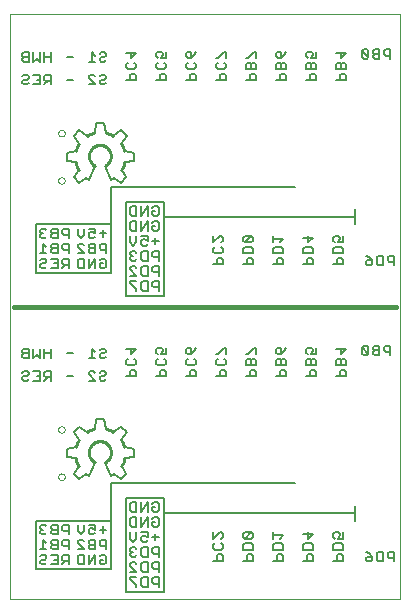
<source format=gbo>
G75*
G70*
%OFA0B0*%
%FSLAX24Y24*%
%IPPOS*%
%LPD*%
%AMOC8*
5,1,8,0,0,1.08239X$1,22.5*
%
%ADD10C,0.0000*%
%ADD11C,0.0080*%
%ADD12C,0.0100*%
%ADD13C,0.0160*%
D10*
X000645Y000766D02*
X000645Y020266D01*
X013645Y020266D01*
X013645Y000766D01*
X000645Y000766D01*
X002258Y004854D02*
X002260Y004874D01*
X002266Y004894D01*
X002275Y004912D01*
X002288Y004929D01*
X002303Y004942D01*
X002321Y004952D01*
X002341Y004959D01*
X002361Y004962D01*
X002381Y004961D01*
X002401Y004956D01*
X002420Y004948D01*
X002437Y004936D01*
X002451Y004921D01*
X002462Y004903D01*
X002470Y004884D01*
X002474Y004864D01*
X002474Y004844D01*
X002470Y004824D01*
X002462Y004805D01*
X002451Y004787D01*
X002437Y004772D01*
X002420Y004760D01*
X002401Y004752D01*
X002381Y004747D01*
X002361Y004746D01*
X002341Y004749D01*
X002321Y004756D01*
X002303Y004766D01*
X002288Y004779D01*
X002275Y004796D01*
X002266Y004814D01*
X002260Y004834D01*
X002258Y004854D01*
X002258Y006428D02*
X002260Y006448D01*
X002266Y006468D01*
X002275Y006486D01*
X002288Y006503D01*
X002303Y006516D01*
X002321Y006526D01*
X002341Y006533D01*
X002361Y006536D01*
X002381Y006535D01*
X002401Y006530D01*
X002420Y006522D01*
X002437Y006510D01*
X002451Y006495D01*
X002462Y006477D01*
X002470Y006458D01*
X002474Y006438D01*
X002474Y006418D01*
X002470Y006398D01*
X002462Y006379D01*
X002451Y006361D01*
X002437Y006346D01*
X002420Y006334D01*
X002401Y006326D01*
X002381Y006321D01*
X002361Y006320D01*
X002341Y006323D01*
X002321Y006330D01*
X002303Y006340D01*
X002288Y006353D01*
X002275Y006370D01*
X002266Y006388D01*
X002260Y006408D01*
X002258Y006428D01*
X002258Y014729D02*
X002260Y014749D01*
X002266Y014769D01*
X002275Y014787D01*
X002288Y014804D01*
X002303Y014817D01*
X002321Y014827D01*
X002341Y014834D01*
X002361Y014837D01*
X002381Y014836D01*
X002401Y014831D01*
X002420Y014823D01*
X002437Y014811D01*
X002451Y014796D01*
X002462Y014778D01*
X002470Y014759D01*
X002474Y014739D01*
X002474Y014719D01*
X002470Y014699D01*
X002462Y014680D01*
X002451Y014662D01*
X002437Y014647D01*
X002420Y014635D01*
X002401Y014627D01*
X002381Y014622D01*
X002361Y014621D01*
X002341Y014624D01*
X002321Y014631D01*
X002303Y014641D01*
X002288Y014654D01*
X002275Y014671D01*
X002266Y014689D01*
X002260Y014709D01*
X002258Y014729D01*
X002258Y016303D02*
X002260Y016323D01*
X002266Y016343D01*
X002275Y016361D01*
X002288Y016378D01*
X002303Y016391D01*
X002321Y016401D01*
X002341Y016408D01*
X002361Y016411D01*
X002381Y016410D01*
X002401Y016405D01*
X002420Y016397D01*
X002437Y016385D01*
X002451Y016370D01*
X002462Y016352D01*
X002470Y016333D01*
X002474Y016313D01*
X002474Y016293D01*
X002470Y016273D01*
X002462Y016254D01*
X002451Y016236D01*
X002437Y016221D01*
X002420Y016209D01*
X002401Y016201D01*
X002381Y016196D01*
X002361Y016195D01*
X002341Y016198D01*
X002321Y016205D01*
X002303Y016215D01*
X002288Y016228D01*
X002275Y016245D01*
X002266Y016263D01*
X002260Y016283D01*
X002258Y016303D01*
D11*
X002770Y016221D02*
X002950Y015961D01*
X002840Y015711D02*
X002540Y015651D01*
X002540Y015391D01*
X002840Y015341D01*
X002940Y015071D02*
X002770Y014831D01*
X002960Y014641D01*
X003200Y014811D01*
X003300Y014751D01*
X003490Y015201D01*
X003810Y015201D02*
X004010Y014751D01*
X004110Y014811D01*
X004350Y014641D01*
X004530Y014831D01*
X004370Y015071D01*
X004470Y015341D02*
X004770Y015391D01*
X004770Y015651D01*
X004470Y015711D01*
X004360Y015961D02*
X004540Y016221D01*
X004350Y016401D01*
X004090Y016221D01*
X003840Y016321D02*
X003790Y016641D01*
X003520Y016641D01*
X003470Y016321D01*
X003220Y016221D02*
X002960Y016401D01*
X002770Y016221D01*
X003273Y017931D02*
X003487Y017931D01*
X003273Y018144D01*
X003273Y018198D01*
X003327Y018251D01*
X003433Y018251D01*
X003487Y018198D01*
X003642Y018198D02*
X003695Y018251D01*
X003802Y018251D01*
X003855Y018198D01*
X003855Y018144D01*
X003802Y018091D01*
X003695Y018091D01*
X003642Y018038D01*
X003642Y017984D01*
X003695Y017931D01*
X003802Y017931D01*
X003855Y017984D01*
X003802Y018681D02*
X003695Y018681D01*
X003642Y018734D01*
X003642Y018788D01*
X003695Y018841D01*
X003802Y018841D01*
X003855Y018894D01*
X003855Y018948D01*
X003802Y019001D01*
X003695Y019001D01*
X003642Y018948D01*
X003487Y018894D02*
X003380Y019001D01*
X003380Y018681D01*
X003487Y018681D02*
X003273Y018681D01*
X002750Y018841D02*
X002537Y018841D01*
X002014Y018841D02*
X001800Y018841D01*
X001800Y019001D02*
X001800Y018681D01*
X001645Y018681D02*
X001645Y019001D01*
X001432Y019001D02*
X001432Y018681D01*
X001538Y018788D01*
X001645Y018681D01*
X001645Y018251D02*
X001432Y018251D01*
X001538Y018091D02*
X001645Y018091D01*
X001800Y018091D02*
X001853Y018038D01*
X002014Y018038D01*
X002014Y017931D02*
X002014Y018251D01*
X001853Y018251D01*
X001800Y018198D01*
X001800Y018091D01*
X001907Y018038D02*
X001800Y017931D01*
X001645Y017931D02*
X001432Y017931D01*
X001645Y017931D02*
X001645Y018251D01*
X001277Y018198D02*
X001277Y018144D01*
X001224Y018091D01*
X001117Y018091D01*
X001063Y018038D01*
X001063Y017984D01*
X001117Y017931D01*
X001224Y017931D01*
X001277Y017984D01*
X001277Y018198D02*
X001224Y018251D01*
X001117Y018251D01*
X001063Y018198D01*
X001117Y018681D02*
X001277Y018681D01*
X001277Y019001D01*
X001117Y019001D01*
X001063Y018948D01*
X001063Y018894D01*
X001117Y018841D01*
X001277Y018841D01*
X001117Y018841D02*
X001063Y018788D01*
X001063Y018734D01*
X001117Y018681D01*
X002014Y018681D02*
X002014Y019001D01*
X002537Y018091D02*
X002750Y018091D01*
X003802Y018681D02*
X003855Y018734D01*
X004535Y018604D02*
X004588Y018658D01*
X004535Y018604D02*
X004535Y018498D01*
X004588Y018444D01*
X004802Y018444D01*
X004855Y018498D01*
X004855Y018604D01*
X004802Y018658D01*
X004695Y018813D02*
X004695Y019026D01*
X004535Y018973D02*
X004855Y018973D01*
X004695Y018813D01*
X004695Y018290D02*
X004642Y018236D01*
X004642Y018076D01*
X004535Y018076D02*
X004855Y018076D01*
X004855Y018236D01*
X004802Y018290D01*
X004695Y018290D01*
X005535Y018498D02*
X005535Y018604D01*
X005588Y018658D01*
X005588Y018813D02*
X005535Y018866D01*
X005535Y018973D01*
X005588Y019026D01*
X005695Y019026D01*
X005749Y018973D01*
X005749Y018919D01*
X005695Y018813D01*
X005855Y018813D01*
X005855Y019026D01*
X005802Y018658D02*
X005855Y018604D01*
X005855Y018498D01*
X005802Y018444D01*
X005588Y018444D01*
X005535Y018498D01*
X005695Y018290D02*
X005642Y018236D01*
X005642Y018076D01*
X005535Y018076D02*
X005855Y018076D01*
X005855Y018236D01*
X005802Y018290D01*
X005695Y018290D01*
X006535Y018498D02*
X006535Y018604D01*
X006588Y018658D01*
X006588Y018813D02*
X006535Y018866D01*
X006535Y018973D01*
X006588Y019026D01*
X006642Y019026D01*
X006695Y018973D01*
X006695Y018813D01*
X006588Y018813D01*
X006695Y018813D02*
X006802Y018919D01*
X006855Y019026D01*
X006802Y018658D02*
X006855Y018604D01*
X006855Y018498D01*
X006802Y018444D01*
X006588Y018444D01*
X006535Y018498D01*
X006695Y018290D02*
X006642Y018236D01*
X006642Y018076D01*
X006535Y018076D02*
X006855Y018076D01*
X006855Y018236D01*
X006802Y018290D01*
X006695Y018290D01*
X007535Y018498D02*
X007535Y018604D01*
X007588Y018658D01*
X007588Y018813D02*
X007535Y018813D01*
X007588Y018813D02*
X007802Y019026D01*
X007855Y019026D01*
X007855Y018813D01*
X007802Y018658D02*
X007855Y018604D01*
X007855Y018498D01*
X007802Y018444D01*
X007588Y018444D01*
X007535Y018498D01*
X007695Y018290D02*
X007642Y018236D01*
X007642Y018076D01*
X007535Y018076D02*
X007855Y018076D01*
X007855Y018236D01*
X007802Y018290D01*
X007695Y018290D01*
X008535Y018444D02*
X008535Y018604D01*
X008588Y018658D01*
X008642Y018658D01*
X008695Y018604D01*
X008695Y018444D01*
X008695Y018290D02*
X008642Y018236D01*
X008642Y018076D01*
X008535Y018076D02*
X008855Y018076D01*
X008855Y018236D01*
X008802Y018290D01*
X008695Y018290D01*
X008535Y018444D02*
X008855Y018444D01*
X008855Y018604D01*
X008802Y018658D01*
X008749Y018658D01*
X008695Y018604D01*
X008588Y018813D02*
X008535Y018813D01*
X008588Y018813D02*
X008802Y019026D01*
X008855Y019026D01*
X008855Y018813D01*
X009535Y018866D02*
X009535Y018973D01*
X009588Y019026D01*
X009642Y019026D01*
X009695Y018973D01*
X009695Y018813D01*
X009588Y018813D01*
X009535Y018866D01*
X009695Y018813D02*
X009802Y018919D01*
X009855Y019026D01*
X009802Y018658D02*
X009749Y018658D01*
X009695Y018604D01*
X009695Y018444D01*
X009695Y018290D02*
X009642Y018236D01*
X009642Y018076D01*
X009535Y018076D02*
X009855Y018076D01*
X009855Y018236D01*
X009802Y018290D01*
X009695Y018290D01*
X009535Y018444D02*
X009535Y018604D01*
X009588Y018658D01*
X009642Y018658D01*
X009695Y018604D01*
X009802Y018658D02*
X009855Y018604D01*
X009855Y018444D01*
X009535Y018444D01*
X010535Y018444D02*
X010535Y018604D01*
X010588Y018658D01*
X010642Y018658D01*
X010695Y018604D01*
X010695Y018444D01*
X010695Y018290D02*
X010642Y018236D01*
X010642Y018076D01*
X010535Y018076D02*
X010855Y018076D01*
X010855Y018236D01*
X010802Y018290D01*
X010695Y018290D01*
X010535Y018444D02*
X010855Y018444D01*
X010855Y018604D01*
X010802Y018658D01*
X010749Y018658D01*
X010695Y018604D01*
X010695Y018813D02*
X010749Y018919D01*
X010749Y018973D01*
X010695Y019026D01*
X010588Y019026D01*
X010535Y018973D01*
X010535Y018866D01*
X010588Y018813D01*
X010695Y018813D02*
X010855Y018813D01*
X010855Y019026D01*
X011535Y018973D02*
X011855Y018973D01*
X011695Y018813D01*
X011695Y019026D01*
X011642Y018658D02*
X011588Y018658D01*
X011535Y018604D01*
X011535Y018444D01*
X011855Y018444D01*
X011855Y018604D01*
X011802Y018658D01*
X011749Y018658D01*
X011695Y018604D01*
X011695Y018444D01*
X011695Y018290D02*
X011642Y018236D01*
X011642Y018076D01*
X011535Y018076D02*
X011855Y018076D01*
X011855Y018236D01*
X011802Y018290D01*
X011695Y018290D01*
X011695Y018604D02*
X011642Y018658D01*
X012385Y018834D02*
X012438Y018781D01*
X012545Y018781D01*
X012598Y018834D01*
X012385Y019048D01*
X012385Y018834D01*
X012385Y019048D02*
X012438Y019101D01*
X012545Y019101D01*
X012598Y019048D01*
X012598Y018834D01*
X012753Y018834D02*
X012753Y018888D01*
X012807Y018941D01*
X012967Y018941D01*
X013121Y018941D02*
X013175Y018888D01*
X013335Y018888D01*
X013335Y018781D02*
X013335Y019101D01*
X013175Y019101D01*
X013121Y019048D01*
X013121Y018941D01*
X012967Y018781D02*
X012807Y018781D01*
X012753Y018834D01*
X012807Y018941D02*
X012753Y018994D01*
X012753Y019048D01*
X012807Y019101D01*
X012967Y019101D01*
X012967Y018781D01*
X010145Y014516D02*
X004020Y014516D01*
X004020Y013266D01*
X001520Y013266D01*
X001520Y011641D01*
X004020Y011641D01*
X004020Y013266D01*
X003748Y013073D02*
X003748Y012859D01*
X003642Y012966D02*
X003855Y012966D01*
X003855Y012626D02*
X003695Y012626D01*
X003642Y012573D01*
X003642Y012466D01*
X003695Y012413D01*
X003855Y012413D01*
X003855Y012306D02*
X003855Y012626D01*
X003487Y012626D02*
X003487Y012306D01*
X003327Y012306D01*
X003273Y012359D01*
X003273Y012413D01*
X003327Y012466D01*
X003487Y012466D01*
X003487Y012626D02*
X003327Y012626D01*
X003273Y012573D01*
X003273Y012519D01*
X003327Y012466D01*
X003273Y012126D02*
X003273Y011806D01*
X003487Y012126D01*
X003487Y011806D01*
X003642Y011859D02*
X003642Y011966D01*
X003748Y011966D01*
X003642Y011859D02*
X003695Y011806D01*
X003802Y011806D01*
X003855Y011859D01*
X003855Y012073D01*
X003802Y012126D01*
X003695Y012126D01*
X003642Y012073D01*
X003433Y012806D02*
X003327Y012806D01*
X003273Y012859D01*
X003273Y012966D01*
X003327Y013019D01*
X003380Y013019D01*
X003487Y012966D01*
X003487Y013126D01*
X003273Y013126D01*
X003118Y013126D02*
X003118Y012913D01*
X003012Y012806D01*
X002905Y012913D01*
X002905Y013126D01*
X002605Y013126D02*
X002605Y012806D01*
X002605Y012913D02*
X002445Y012913D01*
X002392Y012966D01*
X002392Y013073D01*
X002445Y013126D01*
X002605Y013126D01*
X002237Y013126D02*
X002237Y012806D01*
X002077Y012806D01*
X002023Y012859D01*
X002023Y012913D01*
X002077Y012966D01*
X002237Y012966D01*
X002237Y013126D02*
X002077Y013126D01*
X002023Y013073D01*
X002023Y013019D01*
X002077Y012966D01*
X001868Y012859D02*
X001815Y012806D01*
X001708Y012806D01*
X001655Y012859D01*
X001655Y012913D01*
X001708Y012966D01*
X001762Y012966D01*
X001708Y012966D02*
X001655Y013019D01*
X001655Y013073D01*
X001708Y013126D01*
X001815Y013126D01*
X001868Y013073D01*
X001762Y012626D02*
X001762Y012306D01*
X001868Y012306D02*
X001655Y012306D01*
X001708Y012126D02*
X001815Y012126D01*
X001868Y012073D01*
X001868Y012019D01*
X001815Y011966D01*
X001708Y011966D01*
X001655Y011913D01*
X001655Y011859D01*
X001708Y011806D01*
X001815Y011806D01*
X001868Y011859D01*
X002023Y011806D02*
X002237Y011806D01*
X002237Y012126D01*
X002023Y012126D01*
X002077Y012306D02*
X002237Y012306D01*
X002237Y012626D01*
X002077Y012626D01*
X002023Y012573D01*
X002023Y012519D01*
X002077Y012466D01*
X002237Y012466D01*
X002392Y012466D02*
X002392Y012573D01*
X002445Y012626D01*
X002605Y012626D01*
X002605Y012306D01*
X002605Y012413D02*
X002445Y012413D01*
X002392Y012466D01*
X002445Y012126D02*
X002392Y012073D01*
X002392Y011966D01*
X002445Y011913D01*
X002605Y011913D01*
X002498Y011913D02*
X002392Y011806D01*
X002237Y011966D02*
X002130Y011966D01*
X002077Y012306D02*
X002023Y012359D01*
X002023Y012413D01*
X002077Y012466D01*
X001868Y012519D02*
X001762Y012626D01*
X001708Y012126D02*
X001655Y012073D01*
X002445Y012126D02*
X002605Y012126D01*
X002605Y011806D01*
X002905Y011859D02*
X002905Y012073D01*
X002958Y012126D01*
X003118Y012126D01*
X003118Y011806D01*
X002958Y011806D01*
X002905Y011859D01*
X002905Y012306D02*
X003118Y012306D01*
X002905Y012519D01*
X002905Y012573D01*
X002958Y012626D01*
X003065Y012626D01*
X003118Y012573D01*
X003433Y012806D02*
X003487Y012859D01*
X004520Y014016D02*
X005770Y014016D01*
X005770Y013516D01*
X012145Y013516D01*
X012145Y013266D01*
X012145Y013516D02*
X012145Y013766D01*
X011755Y012881D02*
X011755Y012668D01*
X011595Y012668D01*
X011649Y012774D01*
X011649Y012828D01*
X011595Y012881D01*
X011488Y012881D01*
X011435Y012828D01*
X011435Y012721D01*
X011488Y012668D01*
X011488Y012513D02*
X011702Y012513D01*
X011755Y012459D01*
X011755Y012299D01*
X011435Y012299D01*
X011435Y012459D01*
X011488Y012513D01*
X011595Y012144D02*
X011542Y012091D01*
X011542Y011931D01*
X011435Y011931D02*
X011755Y011931D01*
X011755Y012091D01*
X011702Y012144D01*
X011595Y012144D01*
X010755Y012091D02*
X010755Y011931D01*
X010435Y011931D01*
X010542Y011931D02*
X010542Y012091D01*
X010595Y012144D01*
X010702Y012144D01*
X010755Y012091D01*
X010755Y012299D02*
X010755Y012459D01*
X010702Y012513D01*
X010488Y012513D01*
X010435Y012459D01*
X010435Y012299D01*
X010755Y012299D01*
X010595Y012668D02*
X010595Y012881D01*
X010435Y012828D02*
X010755Y012828D01*
X010595Y012668D01*
X009755Y012774D02*
X009435Y012774D01*
X009435Y012668D02*
X009435Y012881D01*
X009649Y012668D02*
X009755Y012774D01*
X009702Y012513D02*
X009755Y012459D01*
X009755Y012299D01*
X009435Y012299D01*
X009435Y012459D01*
X009488Y012513D01*
X009702Y012513D01*
X009702Y012144D02*
X009595Y012144D01*
X009542Y012091D01*
X009542Y011931D01*
X009435Y011931D02*
X009755Y011931D01*
X009755Y012091D01*
X009702Y012144D01*
X008755Y012091D02*
X008755Y011931D01*
X008435Y011931D01*
X008542Y011931D02*
X008542Y012091D01*
X008595Y012144D01*
X008702Y012144D01*
X008755Y012091D01*
X008755Y012299D02*
X008755Y012459D01*
X008702Y012513D01*
X008488Y012513D01*
X008435Y012459D01*
X008435Y012299D01*
X008755Y012299D01*
X008702Y012668D02*
X008755Y012721D01*
X008755Y012828D01*
X008702Y012881D01*
X008488Y012668D01*
X008435Y012721D01*
X008435Y012828D01*
X008488Y012881D01*
X008702Y012881D01*
X008702Y012668D02*
X008488Y012668D01*
X007755Y012721D02*
X007702Y012668D01*
X007755Y012721D02*
X007755Y012828D01*
X007702Y012881D01*
X007649Y012881D01*
X007435Y012668D01*
X007435Y012881D01*
X007488Y012513D02*
X007435Y012459D01*
X007435Y012353D01*
X007488Y012299D01*
X007702Y012299D01*
X007755Y012353D01*
X007755Y012459D01*
X007702Y012513D01*
X007702Y012144D02*
X007595Y012144D01*
X007542Y012091D01*
X007542Y011931D01*
X007435Y011931D02*
X007755Y011931D01*
X007755Y012091D01*
X007702Y012144D01*
X005770Y010891D02*
X004520Y010891D01*
X004520Y014016D01*
X004708Y013876D02*
X004868Y013876D01*
X004868Y013556D01*
X004708Y013556D01*
X004655Y013609D01*
X004655Y013823D01*
X004708Y013876D01*
X004708Y013376D02*
X004868Y013376D01*
X004868Y013056D01*
X004708Y013056D01*
X004655Y013109D01*
X004655Y013323D01*
X004708Y013376D01*
X005023Y013376D02*
X005023Y013056D01*
X005237Y013376D01*
X005237Y013056D01*
X005392Y013109D02*
X005392Y013216D01*
X005498Y013216D01*
X005392Y013109D02*
X005445Y013056D01*
X005552Y013056D01*
X005605Y013109D01*
X005605Y013323D01*
X005552Y013376D01*
X005445Y013376D01*
X005392Y013323D01*
X005445Y013556D02*
X005392Y013609D01*
X005392Y013716D01*
X005498Y013716D01*
X005392Y013823D02*
X005445Y013876D01*
X005552Y013876D01*
X005605Y013823D01*
X005605Y013609D01*
X005552Y013556D01*
X005445Y013556D01*
X005237Y013556D02*
X005237Y013876D01*
X005023Y013556D01*
X005023Y013876D01*
X005770Y013516D02*
X005770Y010891D01*
X005605Y011056D02*
X005605Y011376D01*
X005445Y011376D01*
X005392Y011323D01*
X005392Y011216D01*
X005445Y011163D01*
X005605Y011163D01*
X005605Y011556D02*
X005605Y011876D01*
X005445Y011876D01*
X005392Y011823D01*
X005392Y011716D01*
X005445Y011663D01*
X005605Y011663D01*
X005605Y012056D02*
X005605Y012376D01*
X005445Y012376D01*
X005392Y012323D01*
X005392Y012216D01*
X005445Y012163D01*
X005605Y012163D01*
X005498Y012609D02*
X005498Y012823D01*
X005392Y012716D02*
X005605Y012716D01*
X005237Y012716D02*
X005130Y012769D01*
X005077Y012769D01*
X005023Y012716D01*
X005023Y012609D01*
X005077Y012556D01*
X005183Y012556D01*
X005237Y012609D01*
X005237Y012716D02*
X005237Y012876D01*
X005023Y012876D01*
X004868Y012876D02*
X004868Y012663D01*
X004762Y012556D01*
X004655Y012663D01*
X004655Y012876D01*
X004708Y012376D02*
X004655Y012323D01*
X004655Y012269D01*
X004708Y012216D01*
X004655Y012163D01*
X004655Y012109D01*
X004708Y012056D01*
X004815Y012056D01*
X004868Y012109D01*
X004762Y012216D02*
X004708Y012216D01*
X004708Y012376D02*
X004815Y012376D01*
X004868Y012323D01*
X005023Y012323D02*
X005023Y012109D01*
X005077Y012056D01*
X005237Y012056D01*
X005237Y012376D01*
X005077Y012376D01*
X005023Y012323D01*
X005077Y011876D02*
X005237Y011876D01*
X005237Y011556D01*
X005077Y011556D01*
X005023Y011609D01*
X005023Y011823D01*
X005077Y011876D01*
X004868Y011823D02*
X004815Y011876D01*
X004708Y011876D01*
X004655Y011823D01*
X004655Y011769D01*
X004868Y011556D01*
X004655Y011556D01*
X004655Y011376D02*
X004655Y011323D01*
X004868Y011109D01*
X004868Y011056D01*
X005023Y011109D02*
X005023Y011323D01*
X005077Y011376D01*
X005237Y011376D01*
X005237Y011056D01*
X005077Y011056D01*
X005023Y011109D01*
X004868Y011376D02*
X004655Y011376D01*
X004695Y009151D02*
X004695Y008938D01*
X004855Y009098D01*
X004535Y009098D01*
X004588Y008783D02*
X004535Y008729D01*
X004535Y008623D01*
X004588Y008569D01*
X004802Y008569D01*
X004855Y008623D01*
X004855Y008729D01*
X004802Y008783D01*
X004802Y008415D02*
X004695Y008415D01*
X004642Y008361D01*
X004642Y008201D01*
X004535Y008201D02*
X004855Y008201D01*
X004855Y008361D01*
X004802Y008415D01*
X005535Y008623D02*
X005535Y008729D01*
X005588Y008783D01*
X005588Y008938D02*
X005535Y008991D01*
X005535Y009098D01*
X005588Y009151D01*
X005695Y009151D01*
X005749Y009098D01*
X005749Y009044D01*
X005695Y008938D01*
X005855Y008938D01*
X005855Y009151D01*
X005802Y008783D02*
X005855Y008729D01*
X005855Y008623D01*
X005802Y008569D01*
X005588Y008569D01*
X005535Y008623D01*
X005695Y008415D02*
X005642Y008361D01*
X005642Y008201D01*
X005535Y008201D02*
X005855Y008201D01*
X005855Y008361D01*
X005802Y008415D01*
X005695Y008415D01*
X006535Y008623D02*
X006535Y008729D01*
X006588Y008783D01*
X006588Y008938D02*
X006535Y008991D01*
X006535Y009098D01*
X006588Y009151D01*
X006642Y009151D01*
X006695Y009098D01*
X006695Y008938D01*
X006588Y008938D01*
X006695Y008938D02*
X006802Y009044D01*
X006855Y009151D01*
X006802Y008783D02*
X006855Y008729D01*
X006855Y008623D01*
X006802Y008569D01*
X006588Y008569D01*
X006535Y008623D01*
X006695Y008415D02*
X006642Y008361D01*
X006642Y008201D01*
X006535Y008201D02*
X006855Y008201D01*
X006855Y008361D01*
X006802Y008415D01*
X006695Y008415D01*
X007535Y008623D02*
X007535Y008729D01*
X007588Y008783D01*
X007588Y008938D02*
X007535Y008938D01*
X007588Y008938D02*
X007802Y009151D01*
X007855Y009151D01*
X007855Y008938D01*
X007802Y008783D02*
X007855Y008729D01*
X007855Y008623D01*
X007802Y008569D01*
X007588Y008569D01*
X007535Y008623D01*
X007695Y008415D02*
X007642Y008361D01*
X007642Y008201D01*
X007535Y008201D02*
X007855Y008201D01*
X007855Y008361D01*
X007802Y008415D01*
X007695Y008415D01*
X008535Y008569D02*
X008535Y008729D01*
X008588Y008783D01*
X008642Y008783D01*
X008695Y008729D01*
X008695Y008569D01*
X008695Y008415D02*
X008642Y008361D01*
X008642Y008201D01*
X008535Y008201D02*
X008855Y008201D01*
X008855Y008361D01*
X008802Y008415D01*
X008695Y008415D01*
X008535Y008569D02*
X008855Y008569D01*
X008855Y008729D01*
X008802Y008783D01*
X008749Y008783D01*
X008695Y008729D01*
X008588Y008938D02*
X008535Y008938D01*
X008588Y008938D02*
X008802Y009151D01*
X008855Y009151D01*
X008855Y008938D01*
X009535Y008991D02*
X009535Y009098D01*
X009588Y009151D01*
X009642Y009151D01*
X009695Y009098D01*
X009695Y008938D01*
X009588Y008938D01*
X009535Y008991D01*
X009695Y008938D02*
X009802Y009044D01*
X009855Y009151D01*
X009802Y008783D02*
X009749Y008783D01*
X009695Y008729D01*
X009695Y008569D01*
X009695Y008415D02*
X009642Y008361D01*
X009642Y008201D01*
X009535Y008201D02*
X009855Y008201D01*
X009855Y008361D01*
X009802Y008415D01*
X009695Y008415D01*
X009535Y008569D02*
X009535Y008729D01*
X009588Y008783D01*
X009642Y008783D01*
X009695Y008729D01*
X009802Y008783D02*
X009855Y008729D01*
X009855Y008569D01*
X009535Y008569D01*
X010535Y008569D02*
X010535Y008729D01*
X010588Y008783D01*
X010642Y008783D01*
X010695Y008729D01*
X010695Y008569D01*
X010695Y008415D02*
X010642Y008361D01*
X010642Y008201D01*
X010535Y008201D02*
X010855Y008201D01*
X010855Y008361D01*
X010802Y008415D01*
X010695Y008415D01*
X010535Y008569D02*
X010855Y008569D01*
X010855Y008729D01*
X010802Y008783D01*
X010749Y008783D01*
X010695Y008729D01*
X010695Y008938D02*
X010749Y009044D01*
X010749Y009098D01*
X010695Y009151D01*
X010588Y009151D01*
X010535Y009098D01*
X010535Y008991D01*
X010588Y008938D01*
X010695Y008938D02*
X010855Y008938D01*
X010855Y009151D01*
X011535Y009098D02*
X011855Y009098D01*
X011695Y008938D01*
X011695Y009151D01*
X011642Y008783D02*
X011588Y008783D01*
X011535Y008729D01*
X011535Y008569D01*
X011855Y008569D01*
X011855Y008729D01*
X011802Y008783D01*
X011749Y008783D01*
X011695Y008729D01*
X011695Y008569D01*
X011695Y008415D02*
X011642Y008361D01*
X011642Y008201D01*
X011535Y008201D02*
X011855Y008201D01*
X011855Y008361D01*
X011802Y008415D01*
X011695Y008415D01*
X011695Y008729D02*
X011642Y008783D01*
X012385Y008959D02*
X012438Y008906D01*
X012545Y008906D01*
X012598Y008959D01*
X012385Y009173D01*
X012385Y008959D01*
X012385Y009173D02*
X012438Y009226D01*
X012545Y009226D01*
X012598Y009173D01*
X012598Y008959D01*
X012753Y008959D02*
X012807Y008906D01*
X012967Y008906D01*
X012967Y009226D01*
X012807Y009226D01*
X012753Y009173D01*
X012753Y009119D01*
X012807Y009066D01*
X012967Y009066D01*
X013121Y009066D02*
X013121Y009173D01*
X013175Y009226D01*
X013335Y009226D01*
X013335Y008906D01*
X013335Y009013D02*
X013175Y009013D01*
X013121Y009066D01*
X012807Y009066D02*
X012753Y009013D01*
X012753Y008959D01*
X012670Y011906D02*
X012563Y011906D01*
X012510Y011959D01*
X012510Y012013D01*
X012563Y012066D01*
X012723Y012066D01*
X012723Y011959D01*
X012670Y011906D01*
X012723Y012066D02*
X012617Y012173D01*
X012510Y012226D01*
X012878Y012173D02*
X012878Y011959D01*
X012932Y011906D01*
X013092Y011906D01*
X013092Y012226D01*
X012932Y012226D01*
X012878Y012173D01*
X013246Y012173D02*
X013246Y012066D01*
X013300Y012013D01*
X013460Y012013D01*
X013460Y011906D02*
X013460Y012226D01*
X013300Y012226D01*
X013246Y012173D01*
X010145Y004641D02*
X004020Y004641D01*
X004020Y003391D01*
X001520Y003391D01*
X001520Y001766D01*
X004020Y001766D01*
X004020Y003391D01*
X003748Y003198D02*
X003748Y002984D01*
X003642Y003091D02*
X003855Y003091D01*
X003855Y002751D02*
X003695Y002751D01*
X003642Y002698D01*
X003642Y002591D01*
X003695Y002538D01*
X003855Y002538D01*
X003855Y002431D02*
X003855Y002751D01*
X003487Y002751D02*
X003487Y002431D01*
X003327Y002431D01*
X003273Y002484D01*
X003273Y002538D01*
X003327Y002591D01*
X003487Y002591D01*
X003487Y002751D02*
X003327Y002751D01*
X003273Y002698D01*
X003273Y002644D01*
X003327Y002591D01*
X003327Y002931D02*
X003433Y002931D01*
X003487Y002984D01*
X003487Y003091D02*
X003380Y003144D01*
X003327Y003144D01*
X003273Y003091D01*
X003273Y002984D01*
X003327Y002931D01*
X003487Y003091D02*
X003487Y003251D01*
X003273Y003251D01*
X003118Y003251D02*
X003118Y003038D01*
X003012Y002931D01*
X002905Y003038D01*
X002905Y003251D01*
X002605Y003251D02*
X002605Y002931D01*
X002605Y003038D02*
X002445Y003038D01*
X002392Y003091D01*
X002392Y003198D01*
X002445Y003251D01*
X002605Y003251D01*
X002237Y003251D02*
X002237Y002931D01*
X002077Y002931D01*
X002023Y002984D01*
X002023Y003038D01*
X002077Y003091D01*
X002237Y003091D01*
X002237Y003251D02*
X002077Y003251D01*
X002023Y003198D01*
X002023Y003144D01*
X002077Y003091D01*
X001868Y002984D02*
X001815Y002931D01*
X001708Y002931D01*
X001655Y002984D01*
X001655Y003038D01*
X001708Y003091D01*
X001762Y003091D01*
X001708Y003091D02*
X001655Y003144D01*
X001655Y003198D01*
X001708Y003251D01*
X001815Y003251D01*
X001868Y003198D01*
X001762Y002751D02*
X001762Y002431D01*
X001868Y002431D02*
X001655Y002431D01*
X001708Y002251D02*
X001815Y002251D01*
X001868Y002198D01*
X001868Y002144D01*
X001815Y002091D01*
X001708Y002091D01*
X001655Y002038D01*
X001655Y001984D01*
X001708Y001931D01*
X001815Y001931D01*
X001868Y001984D01*
X002023Y001931D02*
X002237Y001931D01*
X002237Y002251D01*
X002023Y002251D01*
X002077Y002431D02*
X002237Y002431D01*
X002237Y002751D01*
X002077Y002751D01*
X002023Y002698D01*
X002023Y002644D01*
X002077Y002591D01*
X002237Y002591D01*
X002392Y002591D02*
X002445Y002538D01*
X002605Y002538D01*
X002605Y002431D02*
X002605Y002751D01*
X002445Y002751D01*
X002392Y002698D01*
X002392Y002591D01*
X002077Y002591D02*
X002023Y002538D01*
X002023Y002484D01*
X002077Y002431D01*
X001868Y002644D02*
X001762Y002751D01*
X001708Y002251D02*
X001655Y002198D01*
X002130Y002091D02*
X002237Y002091D01*
X002392Y002091D02*
X002392Y002198D01*
X002445Y002251D01*
X002605Y002251D01*
X002605Y001931D01*
X002605Y002038D02*
X002445Y002038D01*
X002392Y002091D01*
X002498Y002038D02*
X002392Y001931D01*
X002905Y001984D02*
X002905Y002198D01*
X002958Y002251D01*
X003118Y002251D01*
X003118Y001931D01*
X002958Y001931D01*
X002905Y001984D01*
X003273Y001931D02*
X003273Y002251D01*
X003487Y002251D02*
X003273Y001931D01*
X003487Y001931D02*
X003487Y002251D01*
X003642Y002198D02*
X003695Y002251D01*
X003802Y002251D01*
X003855Y002198D01*
X003855Y001984D01*
X003802Y001931D01*
X003695Y001931D01*
X003642Y001984D01*
X003642Y002091D01*
X003748Y002091D01*
X003118Y002431D02*
X002905Y002644D01*
X002905Y002698D01*
X002958Y002751D01*
X003065Y002751D01*
X003118Y002698D01*
X003118Y002431D02*
X002905Y002431D01*
X004520Y001016D02*
X004520Y004141D01*
X005770Y004141D01*
X005770Y003641D01*
X012145Y003641D01*
X012145Y003391D01*
X012145Y003641D02*
X012145Y003891D01*
X011755Y003006D02*
X011755Y002793D01*
X011595Y002793D01*
X011649Y002899D01*
X011649Y002953D01*
X011595Y003006D01*
X011488Y003006D01*
X011435Y002953D01*
X011435Y002846D01*
X011488Y002793D01*
X011488Y002638D02*
X011702Y002638D01*
X011755Y002584D01*
X011755Y002424D01*
X011435Y002424D01*
X011435Y002584D01*
X011488Y002638D01*
X011595Y002269D02*
X011542Y002216D01*
X011542Y002056D01*
X011435Y002056D02*
X011755Y002056D01*
X011755Y002216D01*
X011702Y002269D01*
X011595Y002269D01*
X010755Y002216D02*
X010755Y002056D01*
X010435Y002056D01*
X010542Y002056D02*
X010542Y002216D01*
X010595Y002269D01*
X010702Y002269D01*
X010755Y002216D01*
X010755Y002424D02*
X010755Y002584D01*
X010702Y002638D01*
X010488Y002638D01*
X010435Y002584D01*
X010435Y002424D01*
X010755Y002424D01*
X010595Y002793D02*
X010595Y003006D01*
X010435Y002953D02*
X010755Y002953D01*
X010595Y002793D01*
X009755Y002899D02*
X009435Y002899D01*
X009435Y002793D02*
X009435Y003006D01*
X009649Y002793D02*
X009755Y002899D01*
X009702Y002638D02*
X009755Y002584D01*
X009755Y002424D01*
X009435Y002424D01*
X009435Y002584D01*
X009488Y002638D01*
X009702Y002638D01*
X009702Y002269D02*
X009595Y002269D01*
X009542Y002216D01*
X009542Y002056D01*
X009435Y002056D02*
X009755Y002056D01*
X009755Y002216D01*
X009702Y002269D01*
X008755Y002216D02*
X008755Y002056D01*
X008435Y002056D01*
X008542Y002056D02*
X008542Y002216D01*
X008595Y002269D01*
X008702Y002269D01*
X008755Y002216D01*
X008755Y002424D02*
X008755Y002584D01*
X008702Y002638D01*
X008488Y002638D01*
X008435Y002584D01*
X008435Y002424D01*
X008755Y002424D01*
X008702Y002793D02*
X008488Y002793D01*
X008702Y003006D01*
X008488Y003006D01*
X008435Y002953D01*
X008435Y002846D01*
X008488Y002793D01*
X008702Y002793D02*
X008755Y002846D01*
X008755Y002953D01*
X008702Y003006D01*
X007755Y002953D02*
X007755Y002846D01*
X007702Y002793D01*
X007702Y002638D02*
X007755Y002584D01*
X007755Y002478D01*
X007702Y002424D01*
X007488Y002424D01*
X007435Y002478D01*
X007435Y002584D01*
X007488Y002638D01*
X007435Y002793D02*
X007649Y003006D01*
X007702Y003006D01*
X007755Y002953D01*
X007435Y003006D02*
X007435Y002793D01*
X007595Y002269D02*
X007542Y002216D01*
X007542Y002056D01*
X007435Y002056D02*
X007755Y002056D01*
X007755Y002216D01*
X007702Y002269D01*
X007595Y002269D01*
X005770Y001016D02*
X004520Y001016D01*
X004868Y001234D02*
X004655Y001448D01*
X004655Y001501D01*
X004868Y001501D01*
X005023Y001448D02*
X005077Y001501D01*
X005237Y001501D01*
X005237Y001181D01*
X005077Y001181D01*
X005023Y001234D01*
X005023Y001448D01*
X005077Y001681D02*
X005023Y001734D01*
X005023Y001948D01*
X005077Y002001D01*
X005237Y002001D01*
X005237Y001681D01*
X005077Y001681D01*
X004868Y001681D02*
X004655Y001894D01*
X004655Y001948D01*
X004708Y002001D01*
X004815Y002001D01*
X004868Y001948D01*
X004815Y002181D02*
X004868Y002234D01*
X004815Y002181D02*
X004708Y002181D01*
X004655Y002234D01*
X004655Y002288D01*
X004708Y002341D01*
X004762Y002341D01*
X004708Y002341D02*
X004655Y002394D01*
X004655Y002448D01*
X004708Y002501D01*
X004815Y002501D01*
X004868Y002448D01*
X005023Y002448D02*
X005023Y002234D01*
X005077Y002181D01*
X005237Y002181D01*
X005237Y002501D01*
X005077Y002501D01*
X005023Y002448D01*
X005077Y002681D02*
X005183Y002681D01*
X005237Y002734D01*
X005237Y002841D02*
X005130Y002894D01*
X005077Y002894D01*
X005023Y002841D01*
X005023Y002734D01*
X005077Y002681D01*
X005237Y002841D02*
X005237Y003001D01*
X005023Y003001D01*
X004868Y003001D02*
X004868Y002788D01*
X004762Y002681D01*
X004655Y002788D01*
X004655Y003001D01*
X004708Y003181D02*
X004655Y003234D01*
X004655Y003448D01*
X004708Y003501D01*
X004868Y003501D01*
X004868Y003181D01*
X004708Y003181D01*
X004708Y003681D02*
X004655Y003734D01*
X004655Y003948D01*
X004708Y004001D01*
X004868Y004001D01*
X004868Y003681D01*
X004708Y003681D01*
X005023Y003681D02*
X005023Y004001D01*
X005237Y004001D02*
X005023Y003681D01*
X005023Y003501D02*
X005023Y003181D01*
X005237Y003501D01*
X005237Y003181D01*
X005392Y003234D02*
X005392Y003341D01*
X005498Y003341D01*
X005392Y003234D02*
X005445Y003181D01*
X005552Y003181D01*
X005605Y003234D01*
X005605Y003448D01*
X005552Y003501D01*
X005445Y003501D01*
X005392Y003448D01*
X005445Y003681D02*
X005392Y003734D01*
X005392Y003841D01*
X005498Y003841D01*
X005392Y003948D02*
X005445Y004001D01*
X005552Y004001D01*
X005605Y003948D01*
X005605Y003734D01*
X005552Y003681D01*
X005445Y003681D01*
X005237Y003681D02*
X005237Y004001D01*
X005770Y003641D02*
X005770Y001016D01*
X005605Y001181D02*
X005605Y001501D01*
X005445Y001501D01*
X005392Y001448D01*
X005392Y001341D01*
X005445Y001288D01*
X005605Y001288D01*
X005605Y001681D02*
X005605Y002001D01*
X005445Y002001D01*
X005392Y001948D01*
X005392Y001841D01*
X005445Y001788D01*
X005605Y001788D01*
X005605Y002181D02*
X005605Y002501D01*
X005445Y002501D01*
X005392Y002448D01*
X005392Y002341D01*
X005445Y002288D01*
X005605Y002288D01*
X005498Y002734D02*
X005498Y002948D01*
X005392Y002841D02*
X005605Y002841D01*
X004868Y001681D02*
X004655Y001681D01*
X004868Y001234D02*
X004868Y001181D01*
X004350Y004766D02*
X004530Y004956D01*
X004370Y005196D01*
X004470Y005466D02*
X004770Y005516D01*
X004770Y005776D01*
X004470Y005836D01*
X004360Y006086D02*
X004540Y006346D01*
X004350Y006526D01*
X004090Y006346D01*
X003840Y006446D02*
X003790Y006766D01*
X003520Y006766D01*
X003470Y006446D01*
X003220Y006346D02*
X002960Y006526D01*
X002770Y006346D01*
X002950Y006086D01*
X002840Y005836D02*
X002540Y005776D01*
X002540Y005516D01*
X002840Y005466D01*
X002940Y005196D02*
X002770Y004956D01*
X002960Y004766D01*
X003200Y004936D01*
X003300Y004876D01*
X003490Y005326D01*
X003810Y005326D02*
X004010Y004876D01*
X004110Y004936D01*
X004350Y004766D01*
X003802Y008056D02*
X003695Y008056D01*
X003642Y008109D01*
X003642Y008163D01*
X003695Y008216D01*
X003802Y008216D01*
X003855Y008269D01*
X003855Y008323D01*
X003802Y008376D01*
X003695Y008376D01*
X003642Y008323D01*
X003487Y008323D02*
X003433Y008376D01*
X003327Y008376D01*
X003273Y008323D01*
X003273Y008269D01*
X003487Y008056D01*
X003273Y008056D01*
X002750Y008216D02*
X002537Y008216D01*
X002014Y008163D02*
X001853Y008163D01*
X001800Y008216D01*
X001800Y008323D01*
X001853Y008376D01*
X002014Y008376D01*
X002014Y008056D01*
X001907Y008163D02*
X001800Y008056D01*
X001645Y008056D02*
X001645Y008376D01*
X001432Y008376D01*
X001538Y008216D02*
X001645Y008216D01*
X001645Y008056D02*
X001432Y008056D01*
X001277Y008109D02*
X001224Y008056D01*
X001117Y008056D01*
X001063Y008109D01*
X001063Y008163D01*
X001117Y008216D01*
X001224Y008216D01*
X001277Y008269D01*
X001277Y008323D01*
X001224Y008376D01*
X001117Y008376D01*
X001063Y008323D01*
X001117Y008806D02*
X001277Y008806D01*
X001277Y009126D01*
X001117Y009126D01*
X001063Y009073D01*
X001063Y009019D01*
X001117Y008966D01*
X001277Y008966D01*
X001117Y008966D02*
X001063Y008913D01*
X001063Y008859D01*
X001117Y008806D01*
X001432Y008806D02*
X001432Y009126D01*
X001645Y009126D02*
X001645Y008806D01*
X001538Y008913D01*
X001432Y008806D01*
X001800Y008806D02*
X001800Y009126D01*
X001800Y008966D02*
X002014Y008966D01*
X002014Y008806D02*
X002014Y009126D01*
X002537Y008966D02*
X002750Y008966D01*
X003273Y008806D02*
X003487Y008806D01*
X003380Y008806D02*
X003380Y009126D01*
X003487Y009019D01*
X003642Y009073D02*
X003695Y009126D01*
X003802Y009126D01*
X003855Y009073D01*
X003855Y009019D01*
X003802Y008966D01*
X003695Y008966D01*
X003642Y008913D01*
X003642Y008859D01*
X003695Y008806D01*
X003802Y008806D01*
X003855Y008859D01*
X003855Y008109D02*
X003802Y008056D01*
X012510Y002351D02*
X012617Y002298D01*
X012723Y002191D01*
X012563Y002191D01*
X012510Y002138D01*
X012510Y002084D01*
X012563Y002031D01*
X012670Y002031D01*
X012723Y002084D01*
X012723Y002191D01*
X012878Y002084D02*
X012878Y002298D01*
X012932Y002351D01*
X013092Y002351D01*
X013092Y002031D01*
X012932Y002031D01*
X012878Y002084D01*
X013246Y002191D02*
X013300Y002138D01*
X013460Y002138D01*
X013460Y002031D02*
X013460Y002351D01*
X013300Y002351D01*
X013246Y002298D01*
X013246Y002191D01*
D12*
X004087Y006349D02*
X004042Y006374D01*
X003995Y006397D01*
X003947Y006416D01*
X003898Y006433D01*
X003848Y006446D01*
X003810Y005336D02*
X003843Y005354D01*
X003873Y005375D01*
X003902Y005399D01*
X003928Y005426D01*
X003950Y005455D01*
X003970Y005487D01*
X003987Y005520D01*
X004000Y005555D01*
X004009Y005591D01*
X004015Y005628D01*
X004017Y005665D01*
X004015Y005702D01*
X004010Y005739D01*
X004000Y005775D01*
X003988Y005810D01*
X003971Y005844D01*
X003952Y005875D01*
X003929Y005905D01*
X003903Y005932D01*
X003875Y005956D01*
X003844Y005977D01*
X003812Y005995D01*
X003778Y006010D01*
X003742Y006021D01*
X003706Y006029D01*
X003669Y006033D01*
X003631Y006033D01*
X003594Y006029D01*
X003558Y006021D01*
X003522Y006010D01*
X003488Y005995D01*
X003456Y005977D01*
X003425Y005956D01*
X003397Y005932D01*
X003371Y005905D01*
X003348Y005875D01*
X003329Y005844D01*
X003312Y005810D01*
X003300Y005775D01*
X003290Y005739D01*
X003285Y005702D01*
X003283Y005665D01*
X003285Y005628D01*
X003291Y005591D01*
X003300Y005555D01*
X003313Y005520D01*
X003330Y005487D01*
X003350Y005455D01*
X003372Y005426D01*
X003398Y005399D01*
X003427Y005375D01*
X003457Y005354D01*
X003490Y005336D01*
X002940Y005196D02*
X002917Y005237D01*
X002896Y005280D01*
X002878Y005325D01*
X002863Y005370D01*
X002850Y005416D01*
X002840Y005463D01*
X002841Y005836D02*
X002856Y005888D01*
X002875Y005939D01*
X002897Y005989D01*
X002922Y006037D01*
X002951Y006084D01*
X003216Y006347D02*
X003263Y006374D01*
X003312Y006397D01*
X003362Y006417D01*
X003413Y006434D01*
X003465Y006448D01*
X004359Y006081D02*
X004386Y006035D01*
X004410Y005987D01*
X004431Y005938D01*
X004449Y005887D01*
X004463Y005836D01*
X004469Y005465D02*
X004456Y005409D01*
X004439Y005354D01*
X004418Y005301D01*
X004394Y005249D01*
X004366Y005199D01*
X002940Y015071D02*
X002917Y015112D01*
X002896Y015155D01*
X002878Y015200D01*
X002863Y015245D01*
X002850Y015291D01*
X002840Y015338D01*
X002841Y015711D02*
X002856Y015763D01*
X002875Y015814D01*
X002897Y015864D01*
X002922Y015912D01*
X002951Y015959D01*
X003490Y015211D02*
X003457Y015229D01*
X003427Y015250D01*
X003398Y015274D01*
X003372Y015301D01*
X003350Y015330D01*
X003330Y015362D01*
X003313Y015395D01*
X003300Y015430D01*
X003291Y015466D01*
X003285Y015503D01*
X003283Y015540D01*
X003285Y015577D01*
X003290Y015614D01*
X003300Y015650D01*
X003312Y015685D01*
X003329Y015719D01*
X003348Y015750D01*
X003371Y015780D01*
X003397Y015807D01*
X003425Y015831D01*
X003456Y015852D01*
X003488Y015870D01*
X003522Y015885D01*
X003558Y015896D01*
X003594Y015904D01*
X003631Y015908D01*
X003669Y015908D01*
X003706Y015904D01*
X003742Y015896D01*
X003778Y015885D01*
X003812Y015870D01*
X003844Y015852D01*
X003875Y015831D01*
X003903Y015807D01*
X003929Y015780D01*
X003952Y015750D01*
X003971Y015719D01*
X003988Y015685D01*
X004000Y015650D01*
X004010Y015614D01*
X004015Y015577D01*
X004017Y015540D01*
X004015Y015503D01*
X004009Y015466D01*
X004000Y015430D01*
X003987Y015395D01*
X003970Y015362D01*
X003950Y015330D01*
X003928Y015301D01*
X003902Y015274D01*
X003873Y015250D01*
X003843Y015229D01*
X003810Y015211D01*
X004366Y015074D02*
X004394Y015124D01*
X004418Y015176D01*
X004439Y015229D01*
X004456Y015284D01*
X004469Y015340D01*
X004087Y016224D02*
X004042Y016249D01*
X003995Y016272D01*
X003947Y016291D01*
X003898Y016308D01*
X003848Y016321D01*
X004359Y015956D02*
X004386Y015910D01*
X004410Y015862D01*
X004431Y015813D01*
X004449Y015762D01*
X004463Y015711D01*
X003465Y016323D02*
X003413Y016309D01*
X003362Y016292D01*
X003312Y016272D01*
X003263Y016249D01*
X003216Y016222D01*
D13*
X000770Y010516D02*
X013520Y010516D01*
M02*

</source>
